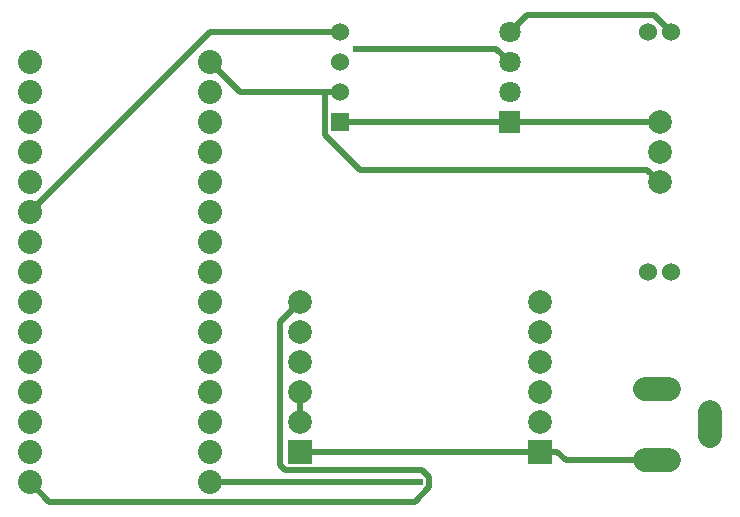
<source format=gtl>
G04 Layer: TopLayer*
G04 EasyEDA v6.4.31, 2022-02-05 19:12:57*
G04 bf2cb295ba724ca7aa620009b2cc85ec,0a318e337cfa45e088b33f9f44b42fdc,10*
G04 Gerber Generator version 0.2*
G04 Scale: 100 percent, Rotated: No, Reflected: No *
G04 Dimensions in millimeters *
G04 leading zeros omitted , absolute positions ,4 integer and 5 decimal *
%FSLAX45Y45*%
%MOMM*%

%ADD11C,0.5080*%
%ADD12C,0.6100*%
%ADD13C,1.5300*%
%ADD14C,2.0320*%
%ADD15C,2.0000*%
%ADD16C,1.5240*%
%ADD17R,1.5240X1.5240*%
%ADD18C,1.8000*%
%ADD20R,2.0000X2.0000*%

%LPD*%
D11*
X5334000Y7112000D02*
G01*
X5221401Y7224598D01*
X4034713Y7224598D01*
X2794000Y3556000D02*
G01*
X4572000Y3556000D01*
X3898900Y6604000D02*
G01*
X5334000Y6604000D01*
X5334000Y6604000D02*
G01*
X6604000Y6604000D01*
X5588000Y3810000D02*
G01*
X5437124Y3810000D01*
X5437124Y3810000D02*
G01*
X3556000Y3810000D01*
X5588000Y3810000D02*
G01*
X5738875Y3810000D01*
X6580936Y3740785D02*
G01*
X5808090Y3740785D01*
X5738875Y3810000D01*
X3556000Y4318000D02*
G01*
X3556000Y4064000D01*
X5334000Y7366000D02*
G01*
X5478145Y7510145D01*
X6559931Y7510145D01*
X6704075Y7366000D01*
X3771239Y6858000D02*
G01*
X3898900Y6858000D01*
X2794000Y7112000D02*
G01*
X3048000Y6858000D01*
X3771239Y6858000D01*
X3771239Y6858000D02*
G01*
X3771239Y6497853D01*
X4070095Y6198996D01*
X6501002Y6198996D01*
X6604000Y6096000D01*
X1270000Y5842000D02*
G01*
X2794000Y7366000D01*
X3898900Y7366000D01*
X3556000Y5080000D02*
G01*
X3389477Y4913477D01*
X3389477Y3704437D01*
X3434892Y3659022D01*
X4591177Y3659022D01*
X4653813Y3596386D01*
X4653813Y3511245D01*
X4532680Y3390112D01*
X1435887Y3390112D01*
X1270000Y3556000D01*
D13*
G01*
X6704075Y5334000D03*
G01*
X6503924Y5334000D03*
G01*
X6704075Y7366000D03*
G01*
X6503924Y7366000D03*
D14*
G01*
X1270000Y7112000D03*
G01*
X1270000Y6858000D03*
G01*
X1270000Y6604000D03*
G01*
X1270000Y6350000D03*
G01*
X1270000Y6096000D03*
G01*
X1270000Y5842000D03*
G01*
X1270000Y5588000D03*
G01*
X1270000Y5334000D03*
G01*
X1270000Y5080000D03*
G01*
X1270000Y4826000D03*
G01*
X1270000Y4572000D03*
G01*
X1270000Y4318000D03*
G01*
X1270000Y4064000D03*
G01*
X1270000Y3810000D03*
G01*
X1270000Y3556000D03*
G01*
X2794000Y3556000D03*
G01*
X2794000Y3810000D03*
G01*
X2794000Y4064000D03*
G01*
X2794000Y4318000D03*
G01*
X2794000Y4572000D03*
G01*
X2794000Y4826000D03*
G01*
X2794000Y5080000D03*
G01*
X2794000Y5334000D03*
G01*
X2794000Y5588000D03*
G01*
X2794000Y5842000D03*
G01*
X2794000Y6096000D03*
G01*
X2794000Y6350000D03*
G01*
X2794000Y6604000D03*
G01*
X2794000Y6858000D03*
G01*
X2794000Y7112000D03*
D15*
G01*
X6604000Y6604000D03*
G01*
X6604000Y6350000D03*
G01*
X6604000Y6096000D03*
D16*
G01*
X3898900Y7366000D03*
G01*
X3898900Y7112000D03*
G01*
X3898900Y6858000D03*
D17*
G01*
X3898900Y6604000D03*
D18*
G01*
X5334000Y7366000D03*
G01*
X5334000Y7112000D03*
G01*
X5334000Y6858000D03*
G36*
X5244000Y6693999D02*
G01*
X5423999Y6693999D01*
X5423999Y6514000D01*
X5244000Y6514000D01*
G37*
D20*
G01*
X5588076Y3809898D03*
D15*
G01*
X5588050Y4063898D03*
G01*
X5588050Y4317898D03*
G01*
X5588050Y4571898D03*
G01*
X5588050Y4825898D03*
G01*
X5588050Y5079898D03*
G01*
X3556050Y5079898D03*
G01*
X3556050Y4825898D03*
G01*
X3556050Y4571898D03*
G01*
X3556050Y4317898D03*
G01*
X3556050Y4063898D03*
D20*
G01*
X3556076Y3809898D03*
D12*
G01*
X4034713Y7224598D03*
G01*
X4572000Y3556000D03*
D15*
X7033259Y3948556D02*
G01*
X7033259Y4148556D01*
X6480936Y3740785D02*
G01*
X6680936Y3740785D01*
X6680936Y4348276D02*
G01*
X6480936Y4348276D01*
M02*

</source>
